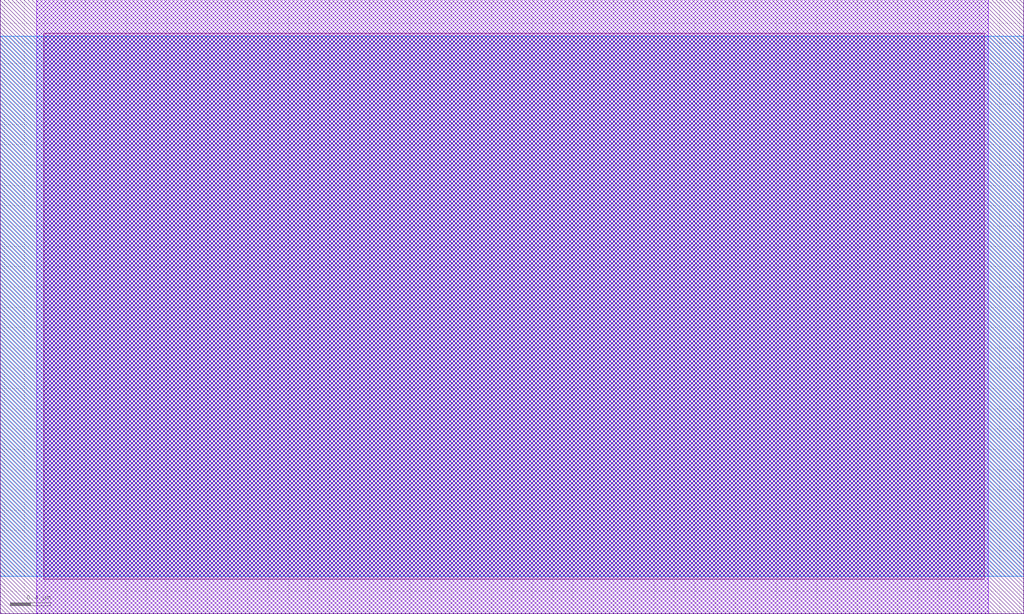
<source format=lef>
VERSION 5.7 ;
  NOWIREEXTENSIONATPIN ON ;
  DIVIDERCHAR "/" ;
  BUSBITCHARS "[]" ;
UNITS
  DATABASE MICRONS 200 ;
END UNITS

LAYER via2
  TYPE CUT ;
END via2

LAYER via
  TYPE CUT ;
END via

LAYER nwell
  TYPE MASTERSLICE ;
END nwell

LAYER via3
  TYPE CUT ;
END via3

LAYER pwell
  TYPE MASTERSLICE ;
END pwell

LAYER via4
  TYPE CUT ;
END via4

LAYER mcon
  TYPE CUT ;
END mcon

LAYER met6
  TYPE ROUTING ;
  WIDTH 0.030000 ;
  SPACING 0.040000 ;
  DIRECTION HORIZONTAL ;
END met6

LAYER met1
  TYPE ROUTING ;
  WIDTH 0.140000 ;
  SPACING 0.140000 ;
  DIRECTION HORIZONTAL ;
END met1

LAYER met3
  TYPE ROUTING ;
  WIDTH 0.300000 ;
  SPACING 0.300000 ;
  DIRECTION HORIZONTAL ;
END met3

LAYER met2
  TYPE ROUTING ;
  WIDTH 0.140000 ;
  SPACING 0.140000 ;
  DIRECTION HORIZONTAL ;
END met2

LAYER met4
  TYPE ROUTING ;
  WIDTH 0.300000 ;
  SPACING 0.300000 ;
  DIRECTION HORIZONTAL ;
END met4

LAYER met5
  TYPE ROUTING ;
  WIDTH 1.600000 ;
  SPACING 1.600000 ;
  DIRECTION HORIZONTAL ;
END met5

LAYER li1
  TYPE ROUTING ;
  WIDTH 0.170000 ;
  SPACING 0.170000 ;
  DIRECTION HORIZONTAL ;
END li1

MACRO sky130_hilas_cellAttempt01
  CLASS BLOCK ;
  FOREIGN sky130_hilas_cellAttempt01 ;
  ORIGIN 2.640 3.820 ;
  SIZE 10.080 BY 6.050 ;
  OBS
      LAYER li1 ;
        RECT -2.210 -3.480 7.050 1.900 ;
      LAYER met1 ;
        RECT -2.280 -3.820 7.090 2.230 ;
      LAYER met2 ;
        RECT -2.640 -3.450 7.440 1.870 ;
  END
END sky130_hilas_cellAttempt01
END LIBRARY


</source>
